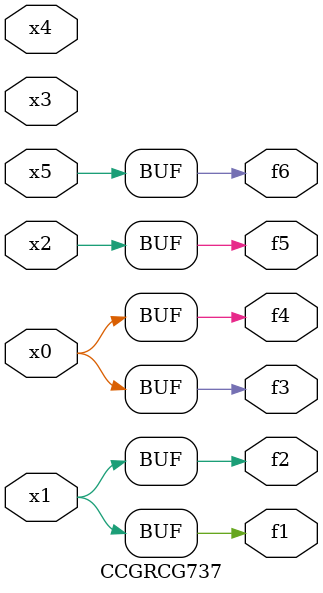
<source format=v>
module CCGRCG737(
	input x0, x1, x2, x3, x4, x5,
	output f1, f2, f3, f4, f5, f6
);
	assign f1 = x1;
	assign f2 = x1;
	assign f3 = x0;
	assign f4 = x0;
	assign f5 = x2;
	assign f6 = x5;
endmodule

</source>
